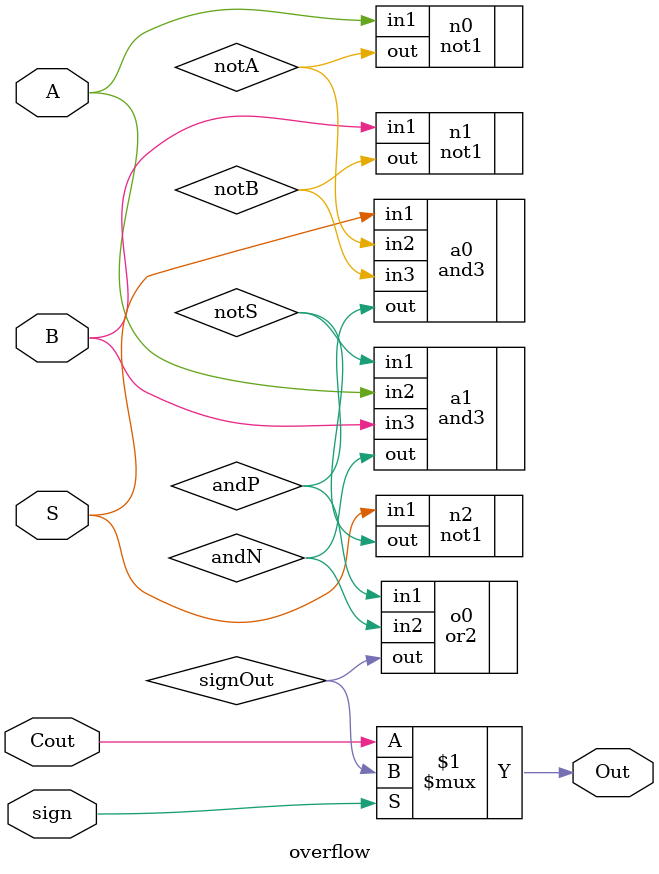
<source format=v>
`default_nettype none
module overflow (Cout, S, A, B, sign, Out);

    // declare constant for size of inputs, outputs, and # bits to shift
    parameter OPERAND_WIDTH = 16;
	
	input wire Cout, S, A, B, sign;
	output wire Out;
	
	//wire [OPERAND_WIDTH-1:0] Out;
	wire notS, notA, notB;
	wire andP, andN;
	wire signOut;
	
	not1 n0(.out(notA), .in1(A));
	not1 n1(.out(notB), .in1(B));
	not1 n2(.out(notS), .in1(S));
	
	and3 a0(.out(andP),.in1(S),.in2(notA),.in3(notB));
	and3 a1(.out(andN),.in1(notS),.in2(A),.in3(B));
	or2 o0 (.out(signOut),.in1(andP),.in2(andN));
   
	assign Out = (sign)? signOut: Cout;
endmodule
`default_nettype wire

</source>
